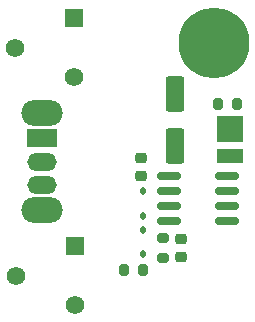
<source format=gts>
G04 #@! TF.GenerationSoftware,KiCad,Pcbnew,8.0.1*
G04 #@! TF.CreationDate,2024-07-14T02:03:23+08:00*
G04 #@! TF.ProjectId,555Sandbox,35353553-616e-4646-926f-782e6b696361,1.0.0*
G04 #@! TF.SameCoordinates,Original*
G04 #@! TF.FileFunction,Soldermask,Top*
G04 #@! TF.FilePolarity,Negative*
%FSLAX46Y46*%
G04 Gerber Fmt 4.6, Leading zero omitted, Abs format (unit mm)*
G04 Created by KiCad (PCBNEW 8.0.1) date 2024-07-14 02:03:23*
%MOMM*%
%LPD*%
G01*
G04 APERTURE LIST*
G04 Aperture macros list*
%AMRoundRect*
0 Rectangle with rounded corners*
0 $1 Rounding radius*
0 $2 $3 $4 $5 $6 $7 $8 $9 X,Y pos of 4 corners*
0 Add a 4 corners polygon primitive as box body*
4,1,4,$2,$3,$4,$5,$6,$7,$8,$9,$2,$3,0*
0 Add four circle primitives for the rounded corners*
1,1,$1+$1,$2,$3*
1,1,$1+$1,$4,$5*
1,1,$1+$1,$6,$7*
1,1,$1+$1,$8,$9*
0 Add four rect primitives between the rounded corners*
20,1,$1+$1,$2,$3,$4,$5,0*
20,1,$1+$1,$4,$5,$6,$7,0*
20,1,$1+$1,$6,$7,$8,$9,0*
20,1,$1+$1,$8,$9,$2,$3,0*%
G04 Aperture macros list end*
%ADD10C,6.000000*%
%ADD11RoundRect,0.200000X0.200000X0.275000X-0.200000X0.275000X-0.200000X-0.275000X0.200000X-0.275000X0*%
%ADD12O,3.500000X2.200000*%
%ADD13R,2.500000X1.500000*%
%ADD14O,2.500000X1.500000*%
%ADD15RoundRect,0.150000X0.825000X0.150000X-0.825000X0.150000X-0.825000X-0.150000X0.825000X-0.150000X0*%
%ADD16R,2.200000X2.200000*%
%ADD17R,2.200000X1.250000*%
%ADD18RoundRect,0.250000X0.550000X-1.250000X0.550000X1.250000X-0.550000X1.250000X-0.550000X-1.250000X0*%
%ADD19RoundRect,0.200000X0.275000X-0.200000X0.275000X0.200000X-0.275000X0.200000X-0.275000X-0.200000X0*%
%ADD20RoundRect,0.225000X0.250000X-0.225000X0.250000X0.225000X-0.250000X0.225000X-0.250000X-0.225000X0*%
%ADD21RoundRect,0.225000X-0.250000X0.225000X-0.250000X-0.225000X0.250000X-0.225000X0.250000X0.225000X0*%
%ADD22RoundRect,0.112500X-0.112500X0.187500X-0.112500X-0.187500X0.112500X-0.187500X0.112500X0.187500X0*%
%ADD23C,1.560000*%
%ADD24R,1.560000X1.560000*%
G04 APERTURE END LIST*
D10*
X93175000Y-70425000D03*
D11*
X95125000Y-75600000D03*
X93475000Y-75600000D03*
D12*
X78650000Y-76350000D03*
X78650000Y-84550000D03*
D13*
X78650000Y-78450000D03*
D14*
X78650000Y-80450000D03*
X78650000Y-82450000D03*
D15*
X94300000Y-85470000D03*
X94300000Y-84200000D03*
X94300000Y-82930000D03*
X94300000Y-81660000D03*
X89350000Y-81660000D03*
X89350000Y-82930000D03*
X89350000Y-84200000D03*
X89350000Y-85470000D03*
D16*
X94500000Y-77700000D03*
D17*
X94500000Y-79975000D03*
D18*
X89900000Y-79100000D03*
X89900000Y-74700000D03*
D11*
X87175000Y-89600000D03*
X85525000Y-89600000D03*
D19*
X88875000Y-88600000D03*
X88875000Y-86950000D03*
D20*
X87000000Y-81675000D03*
X87000000Y-80125000D03*
D21*
X90350000Y-86975000D03*
X90350000Y-88525000D03*
D22*
X87150000Y-82950000D03*
X87150000Y-85050000D03*
X87150000Y-86200000D03*
X87150000Y-88300000D03*
D23*
X81350000Y-73300000D03*
X76350000Y-70800000D03*
D24*
X81350000Y-68300000D03*
D23*
X81390000Y-92600000D03*
X76390000Y-90100000D03*
D24*
X81390000Y-87600000D03*
M02*

</source>
